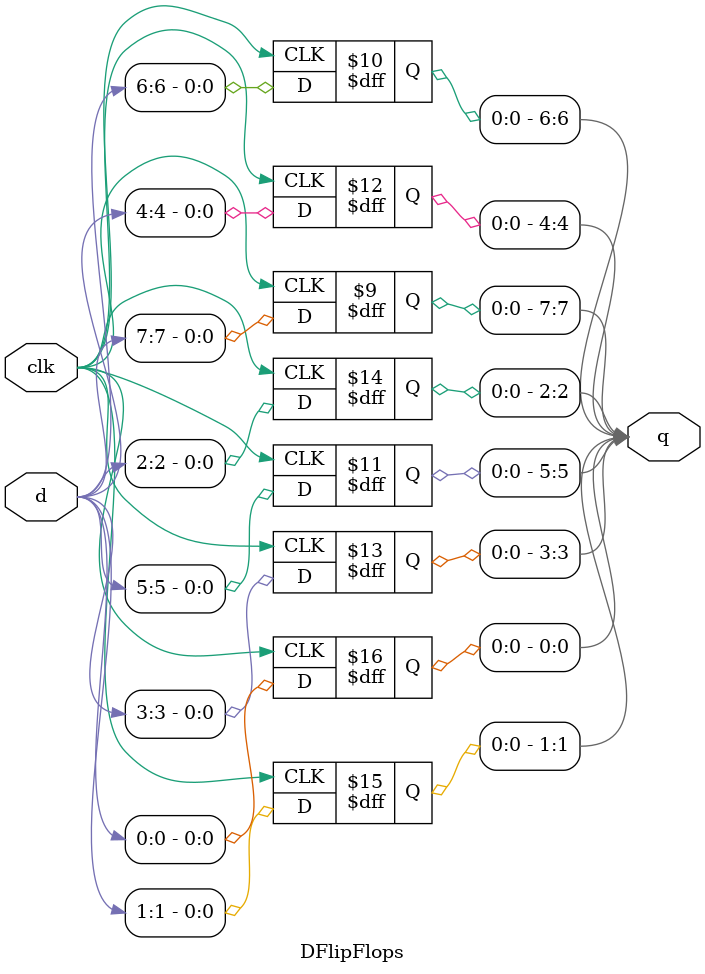
<source format=v>
/* Generated by Yosys 0.60+95 (git sha1 991e70489, g++ 14.3.0 -fPIC -O3) */

module DFlipFlops(clk, d, q);
  input clk;
  wire clk;
  input [7:0] d;
  wire [7:0] d;
  output [7:0] q;
  reg [7:0] q;
  always @(posedge clk)
    q[0] <= d[0];
  always @(posedge clk)
    q[1] <= d[1];
  always @(posedge clk)
    q[2] <= d[2];
  always @(posedge clk)
    q[3] <= d[3];
  always @(posedge clk)
    q[4] <= d[4];
  always @(posedge clk)
    q[5] <= d[5];
  always @(posedge clk)
    q[6] <= d[6];
  always @(posedge clk)
    q[7] <= d[7];
endmodule

</source>
